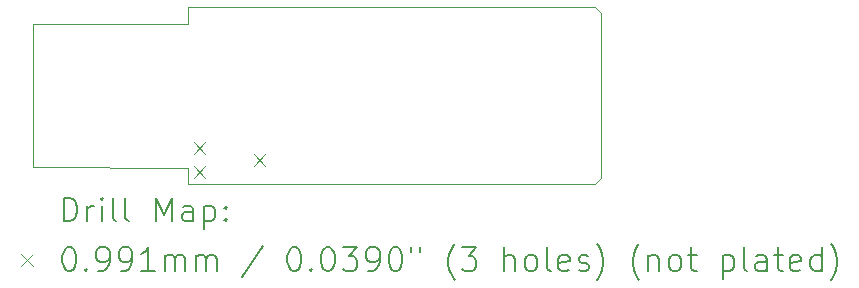
<source format=gbr>
%TF.GenerationSoftware,KiCad,Pcbnew,9.0.6*%
%TF.CreationDate,2025-12-12T23:19:39-08:00*%
%TF.ProjectId,iambic-controller-board,69616d62-6963-42d6-936f-6e74726f6c6c,1.0*%
%TF.SameCoordinates,Original*%
%TF.FileFunction,Drillmap*%
%TF.FilePolarity,Positive*%
%FSLAX45Y45*%
G04 Gerber Fmt 4.5, Leading zero omitted, Abs format (unit mm)*
G04 Created by KiCad (PCBNEW 9.0.6) date 2025-12-12 23:19:39*
%MOMM*%
%LPD*%
G01*
G04 APERTURE LIST*
%ADD10C,0.050000*%
%ADD11C,0.200000*%
%ADD12C,0.100000*%
G04 APERTURE END LIST*
D10*
X13190000Y-9390000D02*
X14500000Y-9390000D01*
X18000000Y-10700000D02*
X17950000Y-10750000D01*
X17950000Y-9250000D02*
X18000000Y-9300000D01*
X14500000Y-9250000D02*
X17950000Y-9250000D01*
X18000000Y-9300000D02*
X18000000Y-10700000D01*
X14500000Y-10750000D02*
X17950000Y-10750000D01*
X13190000Y-9390000D02*
X13190000Y-10600000D01*
X14500000Y-10610000D02*
X13190000Y-10600000D01*
X14500000Y-10750000D02*
X14500000Y-10610000D01*
X14500000Y-9390000D02*
X14500000Y-9250000D01*
D11*
D12*
X14548970Y-10396370D02*
X14648030Y-10495430D01*
X14648030Y-10396370D02*
X14548970Y-10495430D01*
X14548970Y-10599570D02*
X14648030Y-10698630D01*
X14648030Y-10599570D02*
X14548970Y-10698630D01*
X15056970Y-10497970D02*
X15156030Y-10597030D01*
X15156030Y-10497970D02*
X15056970Y-10597030D01*
D11*
X13448277Y-11063984D02*
X13448277Y-10863984D01*
X13448277Y-10863984D02*
X13495896Y-10863984D01*
X13495896Y-10863984D02*
X13524467Y-10873508D01*
X13524467Y-10873508D02*
X13543515Y-10892555D01*
X13543515Y-10892555D02*
X13553039Y-10911603D01*
X13553039Y-10911603D02*
X13562562Y-10949698D01*
X13562562Y-10949698D02*
X13562562Y-10978270D01*
X13562562Y-10978270D02*
X13553039Y-11016365D01*
X13553039Y-11016365D02*
X13543515Y-11035412D01*
X13543515Y-11035412D02*
X13524467Y-11054460D01*
X13524467Y-11054460D02*
X13495896Y-11063984D01*
X13495896Y-11063984D02*
X13448277Y-11063984D01*
X13648277Y-11063984D02*
X13648277Y-10930650D01*
X13648277Y-10968746D02*
X13657801Y-10949698D01*
X13657801Y-10949698D02*
X13667324Y-10940174D01*
X13667324Y-10940174D02*
X13686372Y-10930650D01*
X13686372Y-10930650D02*
X13705420Y-10930650D01*
X13772086Y-11063984D02*
X13772086Y-10930650D01*
X13772086Y-10863984D02*
X13762562Y-10873508D01*
X13762562Y-10873508D02*
X13772086Y-10883031D01*
X13772086Y-10883031D02*
X13781610Y-10873508D01*
X13781610Y-10873508D02*
X13772086Y-10863984D01*
X13772086Y-10863984D02*
X13772086Y-10883031D01*
X13895896Y-11063984D02*
X13876848Y-11054460D01*
X13876848Y-11054460D02*
X13867324Y-11035412D01*
X13867324Y-11035412D02*
X13867324Y-10863984D01*
X14000658Y-11063984D02*
X13981610Y-11054460D01*
X13981610Y-11054460D02*
X13972086Y-11035412D01*
X13972086Y-11035412D02*
X13972086Y-10863984D01*
X14229229Y-11063984D02*
X14229229Y-10863984D01*
X14229229Y-10863984D02*
X14295896Y-11006841D01*
X14295896Y-11006841D02*
X14362562Y-10863984D01*
X14362562Y-10863984D02*
X14362562Y-11063984D01*
X14543515Y-11063984D02*
X14543515Y-10959222D01*
X14543515Y-10959222D02*
X14533991Y-10940174D01*
X14533991Y-10940174D02*
X14514943Y-10930650D01*
X14514943Y-10930650D02*
X14476848Y-10930650D01*
X14476848Y-10930650D02*
X14457801Y-10940174D01*
X14543515Y-11054460D02*
X14524467Y-11063984D01*
X14524467Y-11063984D02*
X14476848Y-11063984D01*
X14476848Y-11063984D02*
X14457801Y-11054460D01*
X14457801Y-11054460D02*
X14448277Y-11035412D01*
X14448277Y-11035412D02*
X14448277Y-11016365D01*
X14448277Y-11016365D02*
X14457801Y-10997317D01*
X14457801Y-10997317D02*
X14476848Y-10987793D01*
X14476848Y-10987793D02*
X14524467Y-10987793D01*
X14524467Y-10987793D02*
X14543515Y-10978270D01*
X14638753Y-10930650D02*
X14638753Y-11130650D01*
X14638753Y-10940174D02*
X14657801Y-10930650D01*
X14657801Y-10930650D02*
X14695896Y-10930650D01*
X14695896Y-10930650D02*
X14714943Y-10940174D01*
X14714943Y-10940174D02*
X14724467Y-10949698D01*
X14724467Y-10949698D02*
X14733991Y-10968746D01*
X14733991Y-10968746D02*
X14733991Y-11025889D01*
X14733991Y-11025889D02*
X14724467Y-11044936D01*
X14724467Y-11044936D02*
X14714943Y-11054460D01*
X14714943Y-11054460D02*
X14695896Y-11063984D01*
X14695896Y-11063984D02*
X14657801Y-11063984D01*
X14657801Y-11063984D02*
X14638753Y-11054460D01*
X14819705Y-11044936D02*
X14829229Y-11054460D01*
X14829229Y-11054460D02*
X14819705Y-11063984D01*
X14819705Y-11063984D02*
X14810182Y-11054460D01*
X14810182Y-11054460D02*
X14819705Y-11044936D01*
X14819705Y-11044936D02*
X14819705Y-11063984D01*
X14819705Y-10940174D02*
X14829229Y-10949698D01*
X14829229Y-10949698D02*
X14819705Y-10959222D01*
X14819705Y-10959222D02*
X14810182Y-10949698D01*
X14810182Y-10949698D02*
X14819705Y-10940174D01*
X14819705Y-10940174D02*
X14819705Y-10959222D01*
D12*
X13088440Y-11342970D02*
X13187500Y-11442030D01*
X13187500Y-11342970D02*
X13088440Y-11442030D01*
D11*
X13486372Y-11283984D02*
X13505420Y-11283984D01*
X13505420Y-11283984D02*
X13524467Y-11293508D01*
X13524467Y-11293508D02*
X13533991Y-11303031D01*
X13533991Y-11303031D02*
X13543515Y-11322079D01*
X13543515Y-11322079D02*
X13553039Y-11360174D01*
X13553039Y-11360174D02*
X13553039Y-11407793D01*
X13553039Y-11407793D02*
X13543515Y-11445888D01*
X13543515Y-11445888D02*
X13533991Y-11464936D01*
X13533991Y-11464936D02*
X13524467Y-11474460D01*
X13524467Y-11474460D02*
X13505420Y-11483984D01*
X13505420Y-11483984D02*
X13486372Y-11483984D01*
X13486372Y-11483984D02*
X13467324Y-11474460D01*
X13467324Y-11474460D02*
X13457801Y-11464936D01*
X13457801Y-11464936D02*
X13448277Y-11445888D01*
X13448277Y-11445888D02*
X13438753Y-11407793D01*
X13438753Y-11407793D02*
X13438753Y-11360174D01*
X13438753Y-11360174D02*
X13448277Y-11322079D01*
X13448277Y-11322079D02*
X13457801Y-11303031D01*
X13457801Y-11303031D02*
X13467324Y-11293508D01*
X13467324Y-11293508D02*
X13486372Y-11283984D01*
X13638753Y-11464936D02*
X13648277Y-11474460D01*
X13648277Y-11474460D02*
X13638753Y-11483984D01*
X13638753Y-11483984D02*
X13629229Y-11474460D01*
X13629229Y-11474460D02*
X13638753Y-11464936D01*
X13638753Y-11464936D02*
X13638753Y-11483984D01*
X13743515Y-11483984D02*
X13781610Y-11483984D01*
X13781610Y-11483984D02*
X13800658Y-11474460D01*
X13800658Y-11474460D02*
X13810182Y-11464936D01*
X13810182Y-11464936D02*
X13829229Y-11436365D01*
X13829229Y-11436365D02*
X13838753Y-11398269D01*
X13838753Y-11398269D02*
X13838753Y-11322079D01*
X13838753Y-11322079D02*
X13829229Y-11303031D01*
X13829229Y-11303031D02*
X13819705Y-11293508D01*
X13819705Y-11293508D02*
X13800658Y-11283984D01*
X13800658Y-11283984D02*
X13762562Y-11283984D01*
X13762562Y-11283984D02*
X13743515Y-11293508D01*
X13743515Y-11293508D02*
X13733991Y-11303031D01*
X13733991Y-11303031D02*
X13724467Y-11322079D01*
X13724467Y-11322079D02*
X13724467Y-11369698D01*
X13724467Y-11369698D02*
X13733991Y-11388746D01*
X13733991Y-11388746D02*
X13743515Y-11398269D01*
X13743515Y-11398269D02*
X13762562Y-11407793D01*
X13762562Y-11407793D02*
X13800658Y-11407793D01*
X13800658Y-11407793D02*
X13819705Y-11398269D01*
X13819705Y-11398269D02*
X13829229Y-11388746D01*
X13829229Y-11388746D02*
X13838753Y-11369698D01*
X13933991Y-11483984D02*
X13972086Y-11483984D01*
X13972086Y-11483984D02*
X13991134Y-11474460D01*
X13991134Y-11474460D02*
X14000658Y-11464936D01*
X14000658Y-11464936D02*
X14019705Y-11436365D01*
X14019705Y-11436365D02*
X14029229Y-11398269D01*
X14029229Y-11398269D02*
X14029229Y-11322079D01*
X14029229Y-11322079D02*
X14019705Y-11303031D01*
X14019705Y-11303031D02*
X14010182Y-11293508D01*
X14010182Y-11293508D02*
X13991134Y-11283984D01*
X13991134Y-11283984D02*
X13953039Y-11283984D01*
X13953039Y-11283984D02*
X13933991Y-11293508D01*
X13933991Y-11293508D02*
X13924467Y-11303031D01*
X13924467Y-11303031D02*
X13914943Y-11322079D01*
X13914943Y-11322079D02*
X13914943Y-11369698D01*
X13914943Y-11369698D02*
X13924467Y-11388746D01*
X13924467Y-11388746D02*
X13933991Y-11398269D01*
X13933991Y-11398269D02*
X13953039Y-11407793D01*
X13953039Y-11407793D02*
X13991134Y-11407793D01*
X13991134Y-11407793D02*
X14010182Y-11398269D01*
X14010182Y-11398269D02*
X14019705Y-11388746D01*
X14019705Y-11388746D02*
X14029229Y-11369698D01*
X14219705Y-11483984D02*
X14105420Y-11483984D01*
X14162562Y-11483984D02*
X14162562Y-11283984D01*
X14162562Y-11283984D02*
X14143515Y-11312555D01*
X14143515Y-11312555D02*
X14124467Y-11331603D01*
X14124467Y-11331603D02*
X14105420Y-11341127D01*
X14305420Y-11483984D02*
X14305420Y-11350650D01*
X14305420Y-11369698D02*
X14314943Y-11360174D01*
X14314943Y-11360174D02*
X14333991Y-11350650D01*
X14333991Y-11350650D02*
X14362563Y-11350650D01*
X14362563Y-11350650D02*
X14381610Y-11360174D01*
X14381610Y-11360174D02*
X14391134Y-11379222D01*
X14391134Y-11379222D02*
X14391134Y-11483984D01*
X14391134Y-11379222D02*
X14400658Y-11360174D01*
X14400658Y-11360174D02*
X14419705Y-11350650D01*
X14419705Y-11350650D02*
X14448277Y-11350650D01*
X14448277Y-11350650D02*
X14467324Y-11360174D01*
X14467324Y-11360174D02*
X14476848Y-11379222D01*
X14476848Y-11379222D02*
X14476848Y-11483984D01*
X14572086Y-11483984D02*
X14572086Y-11350650D01*
X14572086Y-11369698D02*
X14581610Y-11360174D01*
X14581610Y-11360174D02*
X14600658Y-11350650D01*
X14600658Y-11350650D02*
X14629229Y-11350650D01*
X14629229Y-11350650D02*
X14648277Y-11360174D01*
X14648277Y-11360174D02*
X14657801Y-11379222D01*
X14657801Y-11379222D02*
X14657801Y-11483984D01*
X14657801Y-11379222D02*
X14667324Y-11360174D01*
X14667324Y-11360174D02*
X14686372Y-11350650D01*
X14686372Y-11350650D02*
X14714943Y-11350650D01*
X14714943Y-11350650D02*
X14733991Y-11360174D01*
X14733991Y-11360174D02*
X14743515Y-11379222D01*
X14743515Y-11379222D02*
X14743515Y-11483984D01*
X15133991Y-11274460D02*
X14962563Y-11531603D01*
X15391134Y-11283984D02*
X15410182Y-11283984D01*
X15410182Y-11283984D02*
X15429229Y-11293508D01*
X15429229Y-11293508D02*
X15438753Y-11303031D01*
X15438753Y-11303031D02*
X15448277Y-11322079D01*
X15448277Y-11322079D02*
X15457801Y-11360174D01*
X15457801Y-11360174D02*
X15457801Y-11407793D01*
X15457801Y-11407793D02*
X15448277Y-11445888D01*
X15448277Y-11445888D02*
X15438753Y-11464936D01*
X15438753Y-11464936D02*
X15429229Y-11474460D01*
X15429229Y-11474460D02*
X15410182Y-11483984D01*
X15410182Y-11483984D02*
X15391134Y-11483984D01*
X15391134Y-11483984D02*
X15372086Y-11474460D01*
X15372086Y-11474460D02*
X15362563Y-11464936D01*
X15362563Y-11464936D02*
X15353039Y-11445888D01*
X15353039Y-11445888D02*
X15343515Y-11407793D01*
X15343515Y-11407793D02*
X15343515Y-11360174D01*
X15343515Y-11360174D02*
X15353039Y-11322079D01*
X15353039Y-11322079D02*
X15362563Y-11303031D01*
X15362563Y-11303031D02*
X15372086Y-11293508D01*
X15372086Y-11293508D02*
X15391134Y-11283984D01*
X15543515Y-11464936D02*
X15553039Y-11474460D01*
X15553039Y-11474460D02*
X15543515Y-11483984D01*
X15543515Y-11483984D02*
X15533991Y-11474460D01*
X15533991Y-11474460D02*
X15543515Y-11464936D01*
X15543515Y-11464936D02*
X15543515Y-11483984D01*
X15676848Y-11283984D02*
X15695896Y-11283984D01*
X15695896Y-11283984D02*
X15714944Y-11293508D01*
X15714944Y-11293508D02*
X15724467Y-11303031D01*
X15724467Y-11303031D02*
X15733991Y-11322079D01*
X15733991Y-11322079D02*
X15743515Y-11360174D01*
X15743515Y-11360174D02*
X15743515Y-11407793D01*
X15743515Y-11407793D02*
X15733991Y-11445888D01*
X15733991Y-11445888D02*
X15724467Y-11464936D01*
X15724467Y-11464936D02*
X15714944Y-11474460D01*
X15714944Y-11474460D02*
X15695896Y-11483984D01*
X15695896Y-11483984D02*
X15676848Y-11483984D01*
X15676848Y-11483984D02*
X15657801Y-11474460D01*
X15657801Y-11474460D02*
X15648277Y-11464936D01*
X15648277Y-11464936D02*
X15638753Y-11445888D01*
X15638753Y-11445888D02*
X15629229Y-11407793D01*
X15629229Y-11407793D02*
X15629229Y-11360174D01*
X15629229Y-11360174D02*
X15638753Y-11322079D01*
X15638753Y-11322079D02*
X15648277Y-11303031D01*
X15648277Y-11303031D02*
X15657801Y-11293508D01*
X15657801Y-11293508D02*
X15676848Y-11283984D01*
X15810182Y-11283984D02*
X15933991Y-11283984D01*
X15933991Y-11283984D02*
X15867325Y-11360174D01*
X15867325Y-11360174D02*
X15895896Y-11360174D01*
X15895896Y-11360174D02*
X15914944Y-11369698D01*
X15914944Y-11369698D02*
X15924467Y-11379222D01*
X15924467Y-11379222D02*
X15933991Y-11398269D01*
X15933991Y-11398269D02*
X15933991Y-11445888D01*
X15933991Y-11445888D02*
X15924467Y-11464936D01*
X15924467Y-11464936D02*
X15914944Y-11474460D01*
X15914944Y-11474460D02*
X15895896Y-11483984D01*
X15895896Y-11483984D02*
X15838753Y-11483984D01*
X15838753Y-11483984D02*
X15819706Y-11474460D01*
X15819706Y-11474460D02*
X15810182Y-11464936D01*
X16029229Y-11483984D02*
X16067325Y-11483984D01*
X16067325Y-11483984D02*
X16086372Y-11474460D01*
X16086372Y-11474460D02*
X16095896Y-11464936D01*
X16095896Y-11464936D02*
X16114944Y-11436365D01*
X16114944Y-11436365D02*
X16124467Y-11398269D01*
X16124467Y-11398269D02*
X16124467Y-11322079D01*
X16124467Y-11322079D02*
X16114944Y-11303031D01*
X16114944Y-11303031D02*
X16105420Y-11293508D01*
X16105420Y-11293508D02*
X16086372Y-11283984D01*
X16086372Y-11283984D02*
X16048277Y-11283984D01*
X16048277Y-11283984D02*
X16029229Y-11293508D01*
X16029229Y-11293508D02*
X16019706Y-11303031D01*
X16019706Y-11303031D02*
X16010182Y-11322079D01*
X16010182Y-11322079D02*
X16010182Y-11369698D01*
X16010182Y-11369698D02*
X16019706Y-11388746D01*
X16019706Y-11388746D02*
X16029229Y-11398269D01*
X16029229Y-11398269D02*
X16048277Y-11407793D01*
X16048277Y-11407793D02*
X16086372Y-11407793D01*
X16086372Y-11407793D02*
X16105420Y-11398269D01*
X16105420Y-11398269D02*
X16114944Y-11388746D01*
X16114944Y-11388746D02*
X16124467Y-11369698D01*
X16248277Y-11283984D02*
X16267325Y-11283984D01*
X16267325Y-11283984D02*
X16286372Y-11293508D01*
X16286372Y-11293508D02*
X16295896Y-11303031D01*
X16295896Y-11303031D02*
X16305420Y-11322079D01*
X16305420Y-11322079D02*
X16314944Y-11360174D01*
X16314944Y-11360174D02*
X16314944Y-11407793D01*
X16314944Y-11407793D02*
X16305420Y-11445888D01*
X16305420Y-11445888D02*
X16295896Y-11464936D01*
X16295896Y-11464936D02*
X16286372Y-11474460D01*
X16286372Y-11474460D02*
X16267325Y-11483984D01*
X16267325Y-11483984D02*
X16248277Y-11483984D01*
X16248277Y-11483984D02*
X16229229Y-11474460D01*
X16229229Y-11474460D02*
X16219706Y-11464936D01*
X16219706Y-11464936D02*
X16210182Y-11445888D01*
X16210182Y-11445888D02*
X16200658Y-11407793D01*
X16200658Y-11407793D02*
X16200658Y-11360174D01*
X16200658Y-11360174D02*
X16210182Y-11322079D01*
X16210182Y-11322079D02*
X16219706Y-11303031D01*
X16219706Y-11303031D02*
X16229229Y-11293508D01*
X16229229Y-11293508D02*
X16248277Y-11283984D01*
X16391134Y-11283984D02*
X16391134Y-11322079D01*
X16467325Y-11283984D02*
X16467325Y-11322079D01*
X16762563Y-11560174D02*
X16753039Y-11550650D01*
X16753039Y-11550650D02*
X16733991Y-11522079D01*
X16733991Y-11522079D02*
X16724468Y-11503031D01*
X16724468Y-11503031D02*
X16714944Y-11474460D01*
X16714944Y-11474460D02*
X16705420Y-11426841D01*
X16705420Y-11426841D02*
X16705420Y-11388746D01*
X16705420Y-11388746D02*
X16714944Y-11341127D01*
X16714944Y-11341127D02*
X16724468Y-11312555D01*
X16724468Y-11312555D02*
X16733991Y-11293508D01*
X16733991Y-11293508D02*
X16753039Y-11264936D01*
X16753039Y-11264936D02*
X16762563Y-11255412D01*
X16819706Y-11283984D02*
X16943515Y-11283984D01*
X16943515Y-11283984D02*
X16876849Y-11360174D01*
X16876849Y-11360174D02*
X16905420Y-11360174D01*
X16905420Y-11360174D02*
X16924468Y-11369698D01*
X16924468Y-11369698D02*
X16933991Y-11379222D01*
X16933991Y-11379222D02*
X16943515Y-11398269D01*
X16943515Y-11398269D02*
X16943515Y-11445888D01*
X16943515Y-11445888D02*
X16933991Y-11464936D01*
X16933991Y-11464936D02*
X16924468Y-11474460D01*
X16924468Y-11474460D02*
X16905420Y-11483984D01*
X16905420Y-11483984D02*
X16848277Y-11483984D01*
X16848277Y-11483984D02*
X16829230Y-11474460D01*
X16829230Y-11474460D02*
X16819706Y-11464936D01*
X17181611Y-11483984D02*
X17181611Y-11283984D01*
X17267325Y-11483984D02*
X17267325Y-11379222D01*
X17267325Y-11379222D02*
X17257801Y-11360174D01*
X17257801Y-11360174D02*
X17238753Y-11350650D01*
X17238753Y-11350650D02*
X17210182Y-11350650D01*
X17210182Y-11350650D02*
X17191134Y-11360174D01*
X17191134Y-11360174D02*
X17181611Y-11369698D01*
X17391134Y-11483984D02*
X17372087Y-11474460D01*
X17372087Y-11474460D02*
X17362563Y-11464936D01*
X17362563Y-11464936D02*
X17353039Y-11445888D01*
X17353039Y-11445888D02*
X17353039Y-11388746D01*
X17353039Y-11388746D02*
X17362563Y-11369698D01*
X17362563Y-11369698D02*
X17372087Y-11360174D01*
X17372087Y-11360174D02*
X17391134Y-11350650D01*
X17391134Y-11350650D02*
X17419706Y-11350650D01*
X17419706Y-11350650D02*
X17438753Y-11360174D01*
X17438753Y-11360174D02*
X17448277Y-11369698D01*
X17448277Y-11369698D02*
X17457801Y-11388746D01*
X17457801Y-11388746D02*
X17457801Y-11445888D01*
X17457801Y-11445888D02*
X17448277Y-11464936D01*
X17448277Y-11464936D02*
X17438753Y-11474460D01*
X17438753Y-11474460D02*
X17419706Y-11483984D01*
X17419706Y-11483984D02*
X17391134Y-11483984D01*
X17572087Y-11483984D02*
X17553039Y-11474460D01*
X17553039Y-11474460D02*
X17543515Y-11455412D01*
X17543515Y-11455412D02*
X17543515Y-11283984D01*
X17724468Y-11474460D02*
X17705420Y-11483984D01*
X17705420Y-11483984D02*
X17667325Y-11483984D01*
X17667325Y-11483984D02*
X17648277Y-11474460D01*
X17648277Y-11474460D02*
X17638753Y-11455412D01*
X17638753Y-11455412D02*
X17638753Y-11379222D01*
X17638753Y-11379222D02*
X17648277Y-11360174D01*
X17648277Y-11360174D02*
X17667325Y-11350650D01*
X17667325Y-11350650D02*
X17705420Y-11350650D01*
X17705420Y-11350650D02*
X17724468Y-11360174D01*
X17724468Y-11360174D02*
X17733992Y-11379222D01*
X17733992Y-11379222D02*
X17733992Y-11398269D01*
X17733992Y-11398269D02*
X17638753Y-11417317D01*
X17810182Y-11474460D02*
X17829230Y-11483984D01*
X17829230Y-11483984D02*
X17867325Y-11483984D01*
X17867325Y-11483984D02*
X17886373Y-11474460D01*
X17886373Y-11474460D02*
X17895896Y-11455412D01*
X17895896Y-11455412D02*
X17895896Y-11445888D01*
X17895896Y-11445888D02*
X17886373Y-11426841D01*
X17886373Y-11426841D02*
X17867325Y-11417317D01*
X17867325Y-11417317D02*
X17838753Y-11417317D01*
X17838753Y-11417317D02*
X17819706Y-11407793D01*
X17819706Y-11407793D02*
X17810182Y-11388746D01*
X17810182Y-11388746D02*
X17810182Y-11379222D01*
X17810182Y-11379222D02*
X17819706Y-11360174D01*
X17819706Y-11360174D02*
X17838753Y-11350650D01*
X17838753Y-11350650D02*
X17867325Y-11350650D01*
X17867325Y-11350650D02*
X17886373Y-11360174D01*
X17962563Y-11560174D02*
X17972087Y-11550650D01*
X17972087Y-11550650D02*
X17991134Y-11522079D01*
X17991134Y-11522079D02*
X18000658Y-11503031D01*
X18000658Y-11503031D02*
X18010182Y-11474460D01*
X18010182Y-11474460D02*
X18019706Y-11426841D01*
X18019706Y-11426841D02*
X18019706Y-11388746D01*
X18019706Y-11388746D02*
X18010182Y-11341127D01*
X18010182Y-11341127D02*
X18000658Y-11312555D01*
X18000658Y-11312555D02*
X17991134Y-11293508D01*
X17991134Y-11293508D02*
X17972087Y-11264936D01*
X17972087Y-11264936D02*
X17962563Y-11255412D01*
X18324468Y-11560174D02*
X18314944Y-11550650D01*
X18314944Y-11550650D02*
X18295896Y-11522079D01*
X18295896Y-11522079D02*
X18286373Y-11503031D01*
X18286373Y-11503031D02*
X18276849Y-11474460D01*
X18276849Y-11474460D02*
X18267325Y-11426841D01*
X18267325Y-11426841D02*
X18267325Y-11388746D01*
X18267325Y-11388746D02*
X18276849Y-11341127D01*
X18276849Y-11341127D02*
X18286373Y-11312555D01*
X18286373Y-11312555D02*
X18295896Y-11293508D01*
X18295896Y-11293508D02*
X18314944Y-11264936D01*
X18314944Y-11264936D02*
X18324468Y-11255412D01*
X18400658Y-11350650D02*
X18400658Y-11483984D01*
X18400658Y-11369698D02*
X18410182Y-11360174D01*
X18410182Y-11360174D02*
X18429230Y-11350650D01*
X18429230Y-11350650D02*
X18457801Y-11350650D01*
X18457801Y-11350650D02*
X18476849Y-11360174D01*
X18476849Y-11360174D02*
X18486373Y-11379222D01*
X18486373Y-11379222D02*
X18486373Y-11483984D01*
X18610182Y-11483984D02*
X18591134Y-11474460D01*
X18591134Y-11474460D02*
X18581611Y-11464936D01*
X18581611Y-11464936D02*
X18572087Y-11445888D01*
X18572087Y-11445888D02*
X18572087Y-11388746D01*
X18572087Y-11388746D02*
X18581611Y-11369698D01*
X18581611Y-11369698D02*
X18591134Y-11360174D01*
X18591134Y-11360174D02*
X18610182Y-11350650D01*
X18610182Y-11350650D02*
X18638754Y-11350650D01*
X18638754Y-11350650D02*
X18657801Y-11360174D01*
X18657801Y-11360174D02*
X18667325Y-11369698D01*
X18667325Y-11369698D02*
X18676849Y-11388746D01*
X18676849Y-11388746D02*
X18676849Y-11445888D01*
X18676849Y-11445888D02*
X18667325Y-11464936D01*
X18667325Y-11464936D02*
X18657801Y-11474460D01*
X18657801Y-11474460D02*
X18638754Y-11483984D01*
X18638754Y-11483984D02*
X18610182Y-11483984D01*
X18733992Y-11350650D02*
X18810182Y-11350650D01*
X18762563Y-11283984D02*
X18762563Y-11455412D01*
X18762563Y-11455412D02*
X18772087Y-11474460D01*
X18772087Y-11474460D02*
X18791134Y-11483984D01*
X18791134Y-11483984D02*
X18810182Y-11483984D01*
X19029230Y-11350650D02*
X19029230Y-11550650D01*
X19029230Y-11360174D02*
X19048277Y-11350650D01*
X19048277Y-11350650D02*
X19086373Y-11350650D01*
X19086373Y-11350650D02*
X19105420Y-11360174D01*
X19105420Y-11360174D02*
X19114944Y-11369698D01*
X19114944Y-11369698D02*
X19124468Y-11388746D01*
X19124468Y-11388746D02*
X19124468Y-11445888D01*
X19124468Y-11445888D02*
X19114944Y-11464936D01*
X19114944Y-11464936D02*
X19105420Y-11474460D01*
X19105420Y-11474460D02*
X19086373Y-11483984D01*
X19086373Y-11483984D02*
X19048277Y-11483984D01*
X19048277Y-11483984D02*
X19029230Y-11474460D01*
X19238754Y-11483984D02*
X19219706Y-11474460D01*
X19219706Y-11474460D02*
X19210182Y-11455412D01*
X19210182Y-11455412D02*
X19210182Y-11283984D01*
X19400658Y-11483984D02*
X19400658Y-11379222D01*
X19400658Y-11379222D02*
X19391135Y-11360174D01*
X19391135Y-11360174D02*
X19372087Y-11350650D01*
X19372087Y-11350650D02*
X19333992Y-11350650D01*
X19333992Y-11350650D02*
X19314944Y-11360174D01*
X19400658Y-11474460D02*
X19381611Y-11483984D01*
X19381611Y-11483984D02*
X19333992Y-11483984D01*
X19333992Y-11483984D02*
X19314944Y-11474460D01*
X19314944Y-11474460D02*
X19305420Y-11455412D01*
X19305420Y-11455412D02*
X19305420Y-11436365D01*
X19305420Y-11436365D02*
X19314944Y-11417317D01*
X19314944Y-11417317D02*
X19333992Y-11407793D01*
X19333992Y-11407793D02*
X19381611Y-11407793D01*
X19381611Y-11407793D02*
X19400658Y-11398269D01*
X19467325Y-11350650D02*
X19543515Y-11350650D01*
X19495896Y-11283984D02*
X19495896Y-11455412D01*
X19495896Y-11455412D02*
X19505420Y-11474460D01*
X19505420Y-11474460D02*
X19524468Y-11483984D01*
X19524468Y-11483984D02*
X19543515Y-11483984D01*
X19686373Y-11474460D02*
X19667325Y-11483984D01*
X19667325Y-11483984D02*
X19629230Y-11483984D01*
X19629230Y-11483984D02*
X19610182Y-11474460D01*
X19610182Y-11474460D02*
X19600658Y-11455412D01*
X19600658Y-11455412D02*
X19600658Y-11379222D01*
X19600658Y-11379222D02*
X19610182Y-11360174D01*
X19610182Y-11360174D02*
X19629230Y-11350650D01*
X19629230Y-11350650D02*
X19667325Y-11350650D01*
X19667325Y-11350650D02*
X19686373Y-11360174D01*
X19686373Y-11360174D02*
X19695896Y-11379222D01*
X19695896Y-11379222D02*
X19695896Y-11398269D01*
X19695896Y-11398269D02*
X19600658Y-11417317D01*
X19867325Y-11483984D02*
X19867325Y-11283984D01*
X19867325Y-11474460D02*
X19848277Y-11483984D01*
X19848277Y-11483984D02*
X19810182Y-11483984D01*
X19810182Y-11483984D02*
X19791135Y-11474460D01*
X19791135Y-11474460D02*
X19781611Y-11464936D01*
X19781611Y-11464936D02*
X19772087Y-11445888D01*
X19772087Y-11445888D02*
X19772087Y-11388746D01*
X19772087Y-11388746D02*
X19781611Y-11369698D01*
X19781611Y-11369698D02*
X19791135Y-11360174D01*
X19791135Y-11360174D02*
X19810182Y-11350650D01*
X19810182Y-11350650D02*
X19848277Y-11350650D01*
X19848277Y-11350650D02*
X19867325Y-11360174D01*
X19943516Y-11560174D02*
X19953039Y-11550650D01*
X19953039Y-11550650D02*
X19972087Y-11522079D01*
X19972087Y-11522079D02*
X19981611Y-11503031D01*
X19981611Y-11503031D02*
X19991135Y-11474460D01*
X19991135Y-11474460D02*
X20000658Y-11426841D01*
X20000658Y-11426841D02*
X20000658Y-11388746D01*
X20000658Y-11388746D02*
X19991135Y-11341127D01*
X19991135Y-11341127D02*
X19981611Y-11312555D01*
X19981611Y-11312555D02*
X19972087Y-11293508D01*
X19972087Y-11293508D02*
X19953039Y-11264936D01*
X19953039Y-11264936D02*
X19943516Y-11255412D01*
M02*

</source>
